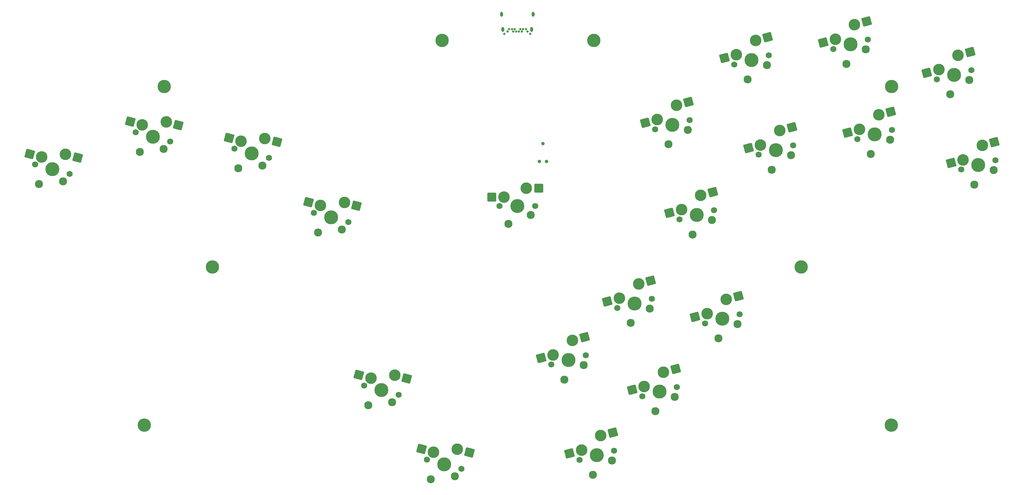
<source format=gbs>
G04 #@! TF.GenerationSoftware,KiCad,Pcbnew,(7.0.0)*
G04 #@! TF.CreationDate,2023-03-17T02:18:55-07:00*
G04 #@! TF.ProjectId,OpenRectangle,4f70656e-5265-4637-9461-6e676c652e6b,rev?*
G04 #@! TF.SameCoordinates,Original*
G04 #@! TF.FileFunction,Soldermask,Bot*
G04 #@! TF.FilePolarity,Negative*
%FSLAX46Y46*%
G04 Gerber Fmt 4.6, Leading zero omitted, Abs format (unit mm)*
G04 Created by KiCad (PCBNEW (7.0.0)) date 2023-03-17 02:18:55*
%MOMM*%
%LPD*%
G01*
G04 APERTURE LIST*
G04 Aperture macros list*
%AMRoundRect*
0 Rectangle with rounded corners*
0 $1 Rounding radius*
0 $2 $3 $4 $5 $6 $7 $8 $9 X,Y pos of 4 corners*
0 Add a 4 corners polygon primitive as box body*
4,1,4,$2,$3,$4,$5,$6,$7,$8,$9,$2,$3,0*
0 Add four circle primitives for the rounded corners*
1,1,$1+$1,$2,$3*
1,1,$1+$1,$4,$5*
1,1,$1+$1,$6,$7*
1,1,$1+$1,$8,$9*
0 Add four rect primitives between the rounded corners*
20,1,$1+$1,$2,$3,$4,$5,0*
20,1,$1+$1,$4,$5,$6,$7,0*
20,1,$1+$1,$6,$7,$8,$9,0*
20,1,$1+$1,$8,$9,$2,$3,0*%
G04 Aperture macros list end*
%ADD10C,3.800000*%
%ADD11C,1.750000*%
%ADD12C,3.987800*%
%ADD13C,2.300000*%
%ADD14C,0.990600*%
%ADD15C,0.650000*%
%ADD16O,0.800000X1.400000*%
%ADD17C,3.300000*%
%ADD18RoundRect,0.250000X1.248893X0.700636X-0.731255X1.231215X-1.248893X-0.700636X0.731255X-1.231215X0*%
%ADD19RoundRect,0.250000X0.731255X1.231215X-1.248893X0.700636X-0.731255X-1.231215X1.248893X-0.700636X0*%
%ADD20RoundRect,0.250000X1.025000X1.000000X-1.025000X1.000000X-1.025000X-1.000000X1.025000X-1.000000X0*%
G04 APERTURE END LIST*
D10*
X279275000Y-98760000D03*
X305060000Y-47313383D03*
D11*
X327742471Y-42697106D03*
D12*
X322835568Y-44011907D03*
D11*
X317928665Y-45326708D03*
D13*
X327173146Y-45479258D03*
X321696917Y-49576211D03*
D11*
X254489870Y-82578572D03*
D12*
X249582967Y-83893373D03*
D11*
X244676064Y-85208174D03*
D13*
X253920545Y-85360724D03*
X248444316Y-89457677D03*
D11*
X305158570Y-59663744D03*
D12*
X300251667Y-60978545D03*
D11*
X295344764Y-62293346D03*
D13*
X304589245Y-62445896D03*
X299113016Y-66542849D03*
D11*
X261782026Y-112162746D03*
D12*
X256875123Y-113477547D03*
D11*
X251968220Y-114792348D03*
D13*
X261212701Y-114944898D03*
X255736472Y-119041851D03*
D10*
X111765000Y-98760000D03*
D11*
X127836345Y-67688339D03*
D12*
X122929442Y-66373538D03*
D11*
X118022539Y-65058737D03*
D13*
X125952219Y-69813090D03*
X119161190Y-70623041D03*
D11*
X182618206Y-156222187D03*
D12*
X177711303Y-154907386D03*
D11*
X172804400Y-153592585D03*
D13*
X180734080Y-158346938D03*
X173943051Y-159156889D03*
D11*
X71102880Y-72186923D03*
D12*
X66195977Y-70872122D03*
D11*
X61289074Y-69557321D03*
D13*
X69218754Y-74311674D03*
X62427725Y-75121625D03*
D11*
X298262576Y-33994532D03*
D12*
X293355673Y-35309333D03*
D11*
X288448770Y-36624134D03*
D13*
X297693251Y-36776684D03*
X292217022Y-40873637D03*
D11*
X276999756Y-64128928D03*
D12*
X272092853Y-65443729D03*
D11*
X267185950Y-66758530D03*
D13*
X276430431Y-66911080D03*
X270954202Y-71008033D03*
D11*
X217983085Y-123898637D03*
D12*
X213076182Y-125213438D03*
D11*
X208169279Y-126528239D03*
D13*
X217413760Y-126680789D03*
X211937531Y-130777742D03*
D10*
X92395000Y-143800000D03*
D11*
X203658500Y-81326866D03*
D12*
X198578500Y-81326866D03*
D11*
X193498500Y-81326866D03*
D13*
X202388500Y-83866866D03*
X196038500Y-86406866D03*
D11*
X247594135Y-56910326D03*
D12*
X242687232Y-58225127D03*
D11*
X237780329Y-59539928D03*
D13*
X247024810Y-59692478D03*
X241548581Y-63789431D03*
D11*
X236815468Y-107794159D03*
D12*
X231908565Y-109108960D03*
D11*
X227001662Y-110423761D03*
D13*
X236246143Y-110576311D03*
X230769914Y-114673264D03*
D11*
X164784598Y-135118417D03*
D12*
X159877695Y-133803616D03*
D11*
X154970792Y-132488815D03*
D13*
X162900472Y-137243168D03*
X156109443Y-138053119D03*
D11*
X150458438Y-85927864D03*
D12*
X145551535Y-84613063D03*
D11*
X140644632Y-83298262D03*
D13*
X148574312Y-88052615D03*
X141783283Y-88862566D03*
D10*
X98000000Y-47313383D03*
D11*
X270103762Y-38459716D03*
D12*
X265196859Y-39774517D03*
D11*
X260289956Y-41089318D03*
D13*
X269534437Y-41241868D03*
X264058208Y-45338821D03*
D11*
X99741012Y-62982380D03*
D12*
X94834109Y-61667579D03*
D11*
X89927206Y-60352778D03*
D13*
X97856886Y-65107131D03*
X91065857Y-65917082D03*
D14*
X205850000Y-63580000D03*
X206866000Y-68660000D03*
X204834000Y-68660000D03*
D10*
X304995000Y-143800000D03*
D11*
X226054357Y-151021034D03*
D12*
X221147454Y-152335835D03*
D11*
X216240551Y-153650636D03*
D13*
X225485032Y-153803186D03*
X220008803Y-157900139D03*
D11*
X243886740Y-132916556D03*
D12*
X238979837Y-134231357D03*
D11*
X234072934Y-135546158D03*
D13*
X243317415Y-135698708D03*
X237841186Y-139795661D03*
D10*
X220290000Y-34240000D03*
X177100000Y-34240000D03*
D11*
X334638465Y-68366318D03*
D12*
X329731562Y-69681119D03*
D11*
X324824659Y-70995920D03*
D13*
X334069140Y-71148470D03*
X328592911Y-75245423D03*
D15*
X202178500Y-32360000D03*
X194828500Y-32360000D03*
X195778500Y-31710000D03*
X196178500Y-31010000D03*
X196978500Y-31010000D03*
X197378500Y-31710000D03*
X197778500Y-31010000D03*
X198178500Y-31710000D03*
X198978500Y-31710000D03*
X199378500Y-31010000D03*
X199778500Y-31710000D03*
X200178500Y-31010000D03*
X200978500Y-31010000D03*
X201378500Y-31710000D03*
D16*
X203068499Y-26719999D03*
X202633499Y-31109999D03*
X194373499Y-31109999D03*
X194088499Y-26719999D03*
D11*
X71102880Y-72186923D03*
D12*
X66195977Y-70872122D03*
D11*
X61289074Y-69557321D03*
D17*
X63173200Y-67432570D03*
D18*
X59744163Y-66513762D03*
X73393266Y-67541427D03*
D17*
X69964229Y-66622619D03*
D11*
X247594135Y-56910326D03*
D12*
X242687232Y-58225127D03*
D11*
X237780329Y-59539928D03*
D17*
X238349654Y-56757776D03*
D19*
X234920618Y-57676584D03*
X247254920Y-51742016D03*
D17*
X243825883Y-52660823D03*
D11*
X254489870Y-82578572D03*
D12*
X249582967Y-83893373D03*
D11*
X244676064Y-85208174D03*
D17*
X245245389Y-82426022D03*
D19*
X241816353Y-83344830D03*
X254150655Y-77410262D03*
D17*
X250721618Y-78329069D03*
D11*
X203658500Y-81326866D03*
D12*
X198578500Y-81326866D03*
D11*
X193498500Y-81326866D03*
D17*
X194768500Y-78786866D03*
D20*
X191218500Y-78786866D03*
X204668500Y-76246866D03*
D17*
X201118500Y-76246866D03*
D11*
X217983085Y-123898637D03*
D12*
X213076182Y-125213438D03*
D11*
X208169279Y-126528239D03*
D17*
X208738604Y-123746087D03*
D19*
X205309568Y-124664895D03*
X217643870Y-118730327D03*
D17*
X214214833Y-119649134D03*
D11*
X99741012Y-62982380D03*
D12*
X94834109Y-61667579D03*
D11*
X89927206Y-60352778D03*
D17*
X91811332Y-58228027D03*
D18*
X88382295Y-57309219D03*
X102031398Y-58336884D03*
D17*
X98602361Y-57418076D03*
D11*
X261782026Y-112162746D03*
D12*
X256875123Y-113477547D03*
D11*
X251968220Y-114792348D03*
D17*
X252537545Y-112010196D03*
D19*
X249108509Y-112929004D03*
X261442811Y-106994436D03*
D17*
X258013774Y-107913243D03*
D11*
X150458438Y-85927864D03*
D12*
X145551535Y-84613063D03*
D11*
X140644632Y-83298262D03*
D17*
X142528758Y-81173511D03*
D18*
X139099721Y-80254703D03*
X152748824Y-81282368D03*
D17*
X149319787Y-80363560D03*
D11*
X270103762Y-38459716D03*
D12*
X265196859Y-39774517D03*
D11*
X260289956Y-41089318D03*
D17*
X260859281Y-38307166D03*
D19*
X257430245Y-39225974D03*
X269764547Y-33291406D03*
D17*
X266335510Y-34210213D03*
D11*
X127836345Y-67688339D03*
D12*
X122929442Y-66373538D03*
D11*
X118022539Y-65058737D03*
D17*
X119906665Y-62933986D03*
D18*
X116477628Y-62015178D03*
X130126731Y-63042843D03*
D17*
X126697694Y-62124035D03*
D11*
X226054357Y-151021034D03*
D12*
X221147454Y-152335835D03*
D11*
X216240551Y-153650636D03*
D17*
X216809876Y-150868484D03*
D19*
X213380840Y-151787292D03*
X225715142Y-145852724D03*
D17*
X222286105Y-146771531D03*
D11*
X182618206Y-156222187D03*
D12*
X177711303Y-154907386D03*
D11*
X172804400Y-153592585D03*
D17*
X174688526Y-151467834D03*
D18*
X171259489Y-150549026D03*
X184908592Y-151576691D03*
D17*
X181479555Y-150657883D03*
D11*
X164784598Y-135118417D03*
D12*
X159877695Y-133803616D03*
D11*
X154970792Y-132488815D03*
D17*
X156854918Y-130364064D03*
D18*
X153425881Y-129445256D03*
X167074984Y-130472921D03*
D17*
X163645947Y-129554113D03*
D11*
X305158570Y-59663744D03*
D12*
X300251667Y-60978545D03*
D11*
X295344764Y-62293346D03*
D17*
X295914089Y-59511194D03*
D19*
X292485053Y-60430002D03*
X304819355Y-54495434D03*
D17*
X301390318Y-55414241D03*
D11*
X327742471Y-42697106D03*
D12*
X322835568Y-44011907D03*
D11*
X317928665Y-45326708D03*
D17*
X318497990Y-42544556D03*
D19*
X315068954Y-43463364D03*
X327403256Y-37528796D03*
D17*
X323974219Y-38447603D03*
D11*
X243886740Y-132916556D03*
D12*
X238979837Y-134231357D03*
D11*
X234072934Y-135546158D03*
D17*
X234642259Y-132764006D03*
D19*
X231213223Y-133682814D03*
X243547525Y-127748246D03*
D17*
X240118488Y-128667053D03*
D11*
X276999756Y-64128928D03*
D12*
X272092853Y-65443729D03*
D11*
X267185950Y-66758530D03*
D17*
X267755275Y-63976378D03*
D19*
X264326239Y-64895186D03*
X276660541Y-58960618D03*
D17*
X273231504Y-59879425D03*
D11*
X334638465Y-68366318D03*
D12*
X329731562Y-69681119D03*
D11*
X324824659Y-70995920D03*
D17*
X325393984Y-68213768D03*
D19*
X321964948Y-69132576D03*
X334299250Y-63198008D03*
D17*
X330870213Y-64116815D03*
D11*
X298262576Y-33994532D03*
D12*
X293355673Y-35309333D03*
D11*
X288448770Y-36624134D03*
D17*
X289018095Y-33841982D03*
D19*
X285589059Y-34760790D03*
X297923361Y-28826222D03*
D17*
X294494324Y-29745029D03*
D11*
X236815468Y-107794159D03*
D12*
X231908565Y-109108960D03*
D11*
X227001662Y-110423761D03*
D17*
X227570987Y-107641609D03*
D19*
X224141951Y-108560417D03*
X236476253Y-102625849D03*
D17*
X233047216Y-103544656D03*
M02*

</source>
